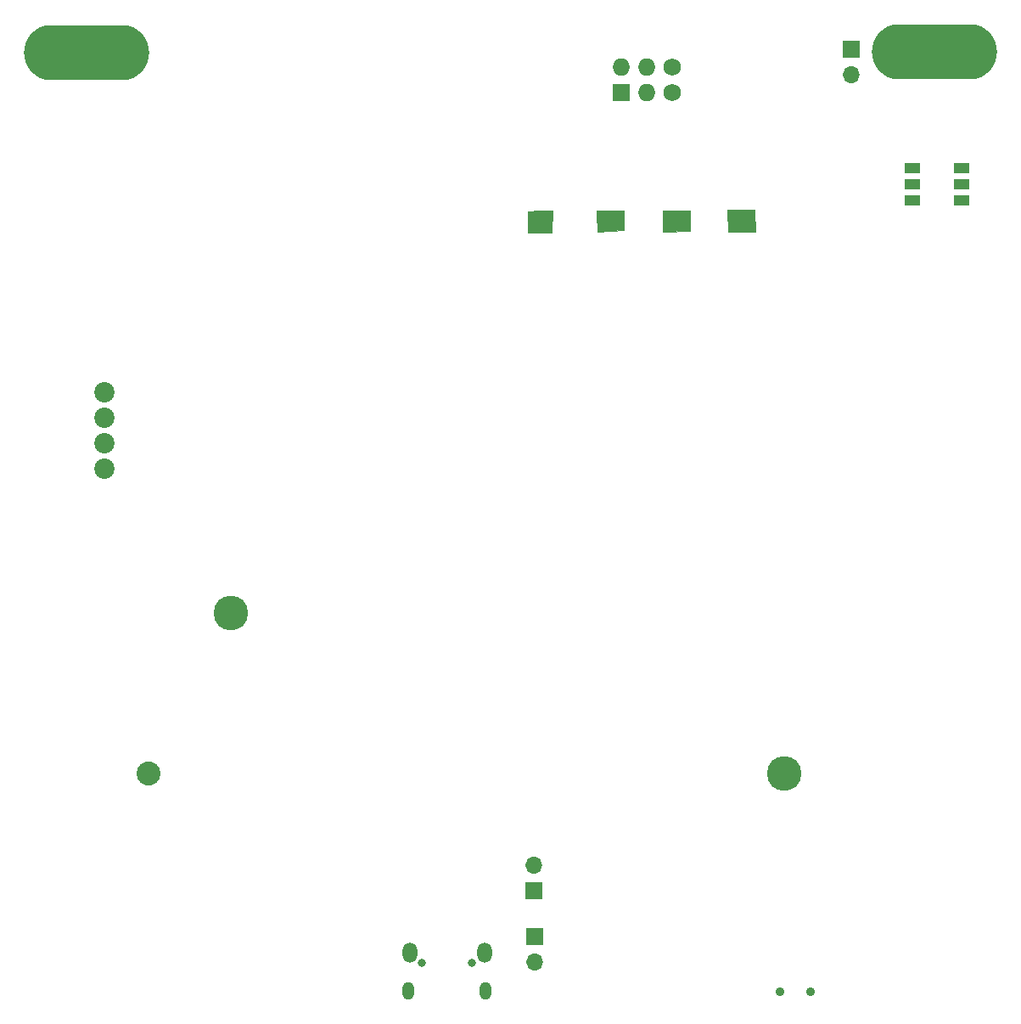
<source format=gbr>
%TF.GenerationSoftware,KiCad,Pcbnew,(6.0.0)*%
%TF.CreationDate,2021-12-30T12:50:52-06:00*%
%TF.ProjectId,ProspectBoards,50726f73-7065-4637-9442-6f617264732e,1.3*%
%TF.SameCoordinates,Original*%
%TF.FileFunction,Soldermask,Top*%
%TF.FilePolarity,Negative*%
%FSLAX46Y46*%
G04 Gerber Fmt 4.6, Leading zero omitted, Abs format (unit mm)*
G04 Created by KiCad (PCBNEW (6.0.0)) date 2021-12-30 12:50:52*
%MOMM*%
%LPD*%
G01*
G04 APERTURE LIST*
%ADD10C,0.100000*%
%ADD11R,1.700000X1.700000*%
%ADD12O,1.700000X1.700000*%
%ADD13R,1.500000X1.000000*%
%ADD14O,12.500000X5.500000*%
%ADD15O,0.800000X0.800000*%
%ADD16O,1.150000X1.800000*%
%ADD17O,1.450000X2.000000*%
%ADD18C,1.727200*%
%ADD19O,1.727200X1.727200*%
%ADD20R,1.727200X1.727200*%
%ADD21C,2.390000*%
%ADD22C,3.450000*%
%ADD23C,0.900000*%
%ADD24C,2.020000*%
G04 APERTURE END LIST*
D10*
X133350000Y-68206620D02*
X130693160Y-68305680D01*
X130693160Y-68305680D02*
X130594100Y-66466720D01*
X130594100Y-66466720D02*
X130594100Y-66220340D01*
X130594100Y-66220340D02*
X133299200Y-66220340D01*
X133299200Y-66220340D02*
X133350000Y-68206620D01*
G36*
X133350000Y-68206620D02*
G01*
X130693160Y-68305680D01*
X130594100Y-66466720D01*
X130594100Y-66220340D01*
X133299200Y-66220340D01*
X133350000Y-68206620D01*
G37*
X133350000Y-68206620D02*
X130693160Y-68305680D01*
X130594100Y-66466720D01*
X130594100Y-66220340D01*
X133299200Y-66220340D01*
X133350000Y-68206620D01*
X146377660Y-66169540D02*
X146456400Y-68369180D01*
X146456400Y-68369180D02*
X143781780Y-68348860D01*
X143781780Y-68348860D02*
X143710660Y-66159380D01*
X143710660Y-66159380D02*
X143720820Y-66159380D01*
X143720820Y-66159380D02*
X146377660Y-66169540D01*
G36*
X146377660Y-66169540D02*
G01*
X146456400Y-68369180D01*
X143781780Y-68348860D01*
X143710660Y-66159380D01*
X143720820Y-66159380D01*
X146377660Y-66169540D01*
G37*
X146377660Y-66169540D02*
X146456400Y-68369180D01*
X143781780Y-68348860D01*
X143710660Y-66159380D01*
X143720820Y-66159380D01*
X146377660Y-66169540D01*
X139976860Y-68277740D02*
X137228580Y-68379340D01*
X137228580Y-68379340D02*
X137248900Y-66288920D01*
X137248900Y-66288920D02*
X137269220Y-66258440D01*
X137269220Y-66258440D02*
X139915900Y-66227960D01*
X139915900Y-66227960D02*
X139976860Y-68277740D01*
G36*
X139976860Y-68277740D02*
G01*
X137228580Y-68379340D01*
X137248900Y-66288920D01*
X137269220Y-66258440D01*
X139915900Y-66227960D01*
X139976860Y-68277740D01*
G37*
X139976860Y-68277740D02*
X137228580Y-68379340D01*
X137248900Y-66288920D01*
X137269220Y-66258440D01*
X139915900Y-66227960D01*
X139976860Y-68277740D01*
X126250700Y-66255900D02*
X126161800Y-68422520D01*
X126161800Y-68422520D02*
X123756420Y-68442840D01*
X123756420Y-68442840D02*
X123804680Y-66304160D01*
X123804680Y-66304160D02*
X123825000Y-66304160D01*
X123825000Y-66304160D02*
X124815600Y-66179700D01*
X124815600Y-66179700D02*
X126250700Y-66255900D01*
G36*
X126250700Y-66255900D02*
G01*
X126161800Y-68422520D01*
X123756420Y-68442840D01*
X123804680Y-66304160D01*
X123825000Y-66304160D01*
X124815600Y-66179700D01*
X126250700Y-66255900D01*
G37*
X126250700Y-66255900D02*
X126161800Y-68422520D01*
X123756420Y-68442840D01*
X123804680Y-66304160D01*
X123825000Y-66304160D01*
X124815600Y-66179700D01*
X126250700Y-66255900D01*
D11*
%TO.C,J1*%
X156029660Y-50106580D03*
D12*
X156029660Y-52646580D03*
%TD*%
D13*
%TO.C,D7*%
X167000000Y-62025000D03*
X167000000Y-63625000D03*
X167000000Y-65225000D03*
X162100000Y-65225000D03*
X162100000Y-63625000D03*
X162100000Y-62025000D03*
%TD*%
D14*
%TO.C,REF\u002A\u002A*%
X164325000Y-50425000D03*
%TD*%
D11*
%TO.C,J5*%
X124447300Y-138595100D03*
D12*
X124447300Y-141135100D03*
%TD*%
D11*
%TO.C,J4*%
X124396500Y-134028180D03*
D12*
X124396500Y-131488180D03*
%TD*%
D14*
%TO.C,REF\u002A\u002A*%
X79786480Y-50497740D03*
%TD*%
D15*
%TO.C,J3*%
X113200000Y-141250000D03*
X118200000Y-141250000D03*
D16*
X111825000Y-144000000D03*
X119575000Y-144000000D03*
D17*
X111975000Y-140200000D03*
X119425000Y-140200000D03*
%TD*%
D18*
%TO.C,X1*%
X138180200Y-51898400D03*
X138180200Y-54438400D03*
D19*
X135640200Y-51898400D03*
X135640200Y-54438400D03*
X133100200Y-51898400D03*
D20*
X133100200Y-54438400D03*
%TD*%
D21*
%TO.C,BT1*%
X85955000Y-122375000D03*
D22*
X94175000Y-106375000D03*
X149375000Y-122375000D03*
%TD*%
D23*
%TO.C,SW6*%
X148925000Y-144130000D03*
X151925000Y-144130000D03*
%TD*%
D24*
%TO.C,J2*%
X81525000Y-91970000D03*
X81525000Y-89430000D03*
X81525000Y-86890000D03*
X81525000Y-84350000D03*
%TD*%
M02*

</source>
